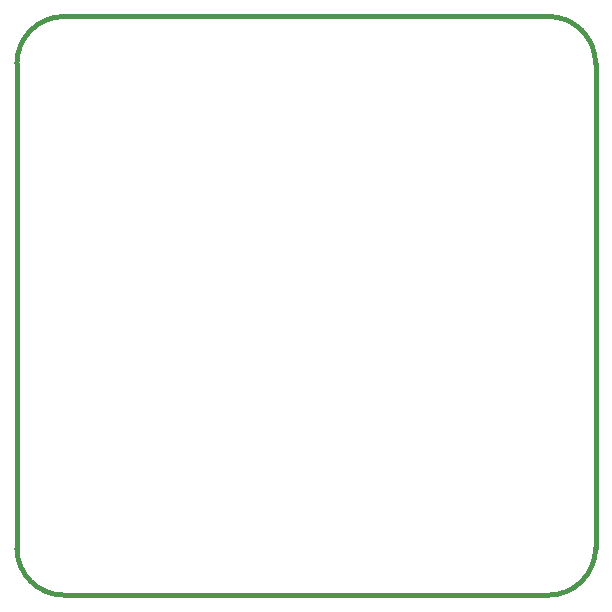
<source format=gbr>
G04 (created by PCBNEW (2013-07-07 BZR 4022)-stable) date 11/9/2014 1:14:37 PM*
%MOIN*%
G04 Gerber Fmt 3.4, Leading zero omitted, Abs format*
%FSLAX34Y34*%
G01*
G70*
G90*
G04 APERTURE LIST*
%ADD10C,0.00590551*%
%ADD11C,0.015*%
G04 APERTURE END LIST*
G54D10*
G54D11*
X19314Y-17712D02*
X19314Y-1570D01*
X1598Y-19287D02*
X17740Y-19287D01*
X23Y-1570D02*
X23Y-17712D01*
X17740Y3D02*
X1598Y3D01*
X23Y-17712D02*
G75*
G03X1598Y-19287I1574J0D01*
G74*
G01*
X17740Y-19287D02*
G75*
G03X19314Y-17712I0J1574D01*
G74*
G01*
X19314Y-1570D02*
G75*
G03X17740Y3I-1574J0D01*
G74*
G01*
X1598Y3D02*
G75*
G03X23Y-1570I0J-1574D01*
G74*
G01*
M02*

</source>
